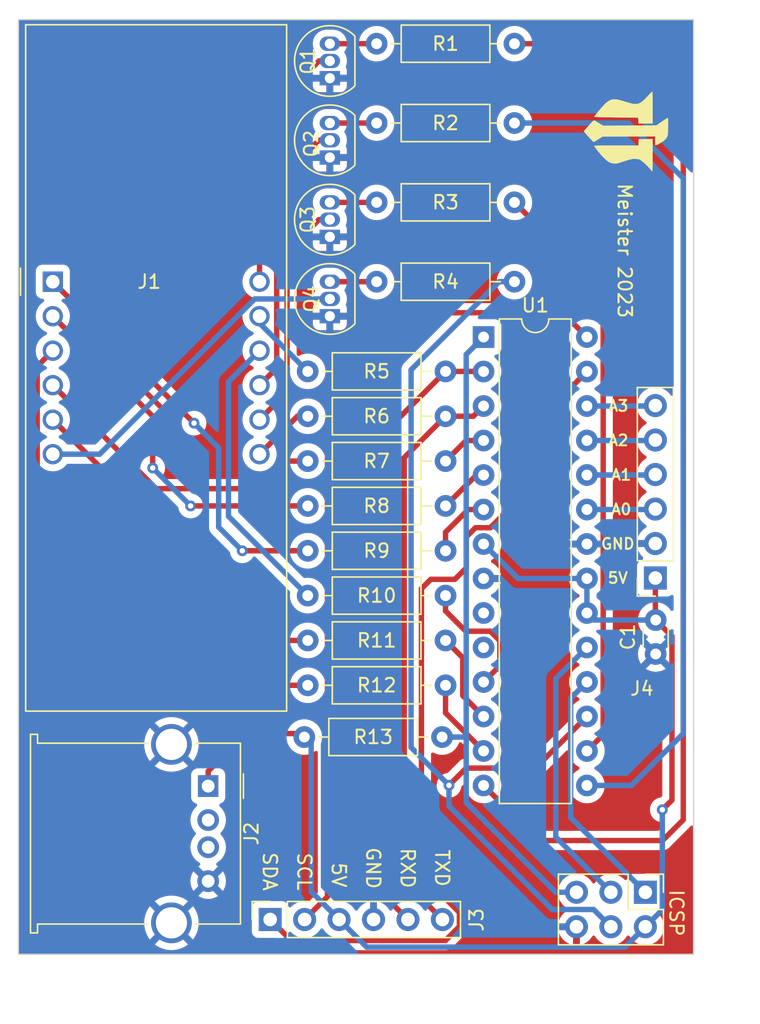
<source format=kicad_pcb>
(kicad_pcb (version 20240108) (generator "pcbnew") (generator_version "8.0")
  (layers (0 "F.Cu" signal) (31 "B.Cu" signal) (34 "B.Paste" user) (35 "F.Paste" user) (36 "B.SilkS" user "B.Silkscreen") (37 "F.SilkS" user "F.Silkscreen") (38 "B.Mask" user) (39 "F.Mask" user) (44 "Edge.Cuts" user))
  (net 0 "")
  (net 1 "GND")
  (net 2 "+5V")
  (net 3 "7SEG-E")
  (net 4 "7SEG-D")
  (net 5 "7SEG-DP")
  (net 6 "7SEG-C")
  (net 7 "7SEG-G")
  (net 8 "7SEG-D4")
  (net 9 "7SEG-B")
  (net 10 "7SEG-D3")
  (net 11 "7SEG-D2")
  (net 12 "7SEG-F")
  (net 13 "7SEG-A")
  (net 14 "7SEG-D1")
  (net 17 "SDA")
  (net 18 "SCK")
  (net 19 "RXD")
  (net 20 "TXD")
  (net 21 "AD0")
  (net 22 "MISO")
  (net 23 "MOSI")
  (net 24 "RST")
  (net 25 "Net-(Q1-Pad3)")
  (net 26 "Net-(Q2-Pad3)")
  (net 27 "Net-(Q3-Pad3)")
  (net 28 "Net-(Q4-Pad3)")
  (net 29 "Net-(R1-Pad1)")
  (net 30 "Net-(R2-Pad1)")
  (net 31 "Net-(R3-Pad1)")
  (net 32 "Net-(R7-Pad1)")
  (net 33 "Net-(R8-Pad1)")
  (net 34 "Net-(R9-Pad1)")
  (net 35 "Net-(R10-Pad1)")
  (net 36 "Net-(R11-Pad1)")
  (net 37 "Net-(R12-Pad1)")
  (net 40 "SCL")
  (net 41 "AD1")
  (net 42 "AD2")
  (net 43 "AD3")
  (footprint "Resistor_THT:R_Axial_DIN0207_L6.3mm_D2.5mm_P10.16mm_Horizontal" (layer "F.Cu") (at 65.278 78.232 180)
    (property "Reference" "R13" (at 5.08 0 0) (layer "F.SilkS"))
    (property "Value" "10k")
    (fp_line (start 9.12 0) (end 8.35 0) (stroke (width 0.12)) (layer "F.SilkS"))
    (fp_line (start 8.35 1.37) (end 8.35 -1.37) (stroke (width 0.12)) (layer "F.SilkS"))
    (fp_line (start 8.35 -1.37) (end 1.81 -1.37) (stroke (width 0.12)) (layer "F.SilkS"))
    (fp_line (start 1.81 1.37) (end 8.35 1.37) (stroke (width 0.12)) (layer "F.SilkS"))
    (fp_line (start 1.81 -1.37) (end 1.81 1.37) (stroke (width 0.12)) (layer "F.SilkS"))
    (fp_line (start 1.04 0) (end 1.81 0) (stroke (width 0.12)) (layer "F.SilkS"))
    (pad "1" thru_hole circle (at 0 0 180) (size 1.6 1.6) (drill 0.8) (layers "*.Cu" "*.Mask") (net 24 "RST"))
    (pad "2" thru_hole oval (at 10.16 0 180) (size 1.6 1.6) (drill 0.8) (layers "*.Cu" "*.Mask") (net 2 "+5V"))
  )
  (footprint "Resistor_THT:R_Axial_DIN0207_L6.3mm_D2.5mm_P10.16mm_Horizontal" (layer "F.Cu") (at 65.532 54.61 180)
    (property "Reference" "R6" (at 5.08 0 0) (layer "F.SilkS"))
    (property "Value" "10k")
    (fp_line (start 9.12 0) (end 8.35 0) (stroke (width 0.12)) (layer "F.SilkS"))
    (fp_line (start 8.35 1.37) (end 8.35 -1.37) (stroke (width 0.12)) (layer "F.SilkS"))
    (fp_line (start 8.35 -1.37) (end 1.81 -1.37) (stroke (width 0.12)) (layer "F.SilkS"))
    (fp_line (start 1.81 1.37) (end 8.35 1.37) (stroke (width 0.12)) (layer "F.SilkS"))
    (fp_line (start 1.81 -1.37) (end 1.81 1.37) (stroke (width 0.12)) (layer "F.SilkS"))
    (fp_line (start 1.04 0) (end 1.81 0) (stroke (width 0.12)) (layer "F.SilkS"))
    (pad "1" thru_hole circle (at 0 0 180) (size 1.6 1.6) (drill 0.8) (layers "*.Cu" "*.Mask") (net 20 "TXD"))
    (pad "2" thru_hole oval (at 10.16 0 180) (size 1.6 1.6) (drill 0.8) (layers "*.Cu" "*.Mask") (net 9 "7SEG-B"))
  )
  (footprint "Package_TO_SOT_THT:TO-92_Inline" (layer "F.Cu") (at 57.002 29.718 90)
    (property "Reference" "Q1" (at 1.27 -1.63 90) (layer "F.SilkS"))
    (property "Value" "2SC1815")
    (fp_line (start -0.53 1.85) (end 3.07 1.85) (stroke (width 0.12)) (layer "F.SilkS"))
    (fp_arc (start 1.27 -2.6) (mid 3.672087 -0.994977) (end 3.108478 1.838478) (stroke (width 0.12)) (layer "F.SilkS"))
    (fp_arc (start -0.568478 1.838478) (mid -1.132087 -0.994977) (end 1.27 -2.6) (stroke (width 0.12)) (layer "F.SilkS"))
    (pad "1" thru_hole rect (at 0 0 90) (size 1.05 1.5) (drill 0.75) (layers "*.Cu" "*.Mask") (net 1 "GND"))
    (pad "2" thru_hole oval (at 1.27 0 90) (size 1.05 1.5) (drill 0.75) (layers "*.Cu" "*.Mask") (net 14 "7SEG-D1"))
    (pad "3" thru_hole oval (at 2.54 0 90) (size 1.05 1.5) (drill 0.75) (layers "*.Cu" "*.Mask") (net 25 "Net-(Q1-Pad3)"))
  )
  (footprint "Meister:MeisterLogo" (layer "F.Cu") (at 78.994 33.782 -90)
    (property "Reference" "G***" (hide yes))
    (property "Value" "LOGO" (hide yes))
    (fp_poly (pts (xy -0.73025 -0.764902) (xy -0.944563 -0.755514) (xy -1.158875 -0.746125) (xy -1.17475 0.870487) (xy -1.179251 1.265812) (xy -1.184459 1.609692) (xy -1.190319 1.900241) (xy -1.196777 2.135573) (xy -1.203776 2.3138) (xy -1.211262 2.433038) (xy -1.219179 2.4914) (xy -1.222375 2.497255) (xy -1.25585 2.481096) (xy -1.329099 2.429984) (xy -1.433697 2.350309) (xy -1.561221 2.248461) (xy -1.68275 2.148054) (xy -1.921371 1.942829) (xy -2.111802 1.765917) (xy -2.258853 1.610655) (xy -2.367334 1.47038) (xy -2.442054 1.338431) (xy -2.487823 1.208143) (xy -2.509451 1.072854) (xy -2.512754 0.998288) (xy -2.51072 0.934566) (xy -2.501888 0.860362) (xy -2.484352 0.767917) (xy -2.456205 0.649475) (xy -2.415541 0.497279) (xy -2.360454 0.303571) (xy -2.289037 0.060594) (xy -2.250593 -0.068463) (xy -2.187106 -0.316155) (xy -2.161425 -0.523967) (xy -2.177025 -0.704727) (xy -2.237379 -0.871262) (xy -2.345963 -1.036401) (xy -2.50625 -1.212972) (xy -2.579875 -1.284259) (xy -2.747729 -1.44314) (xy -2.874446 -1.564164) (xy -2.965393 -1.652717) (xy -3.025932 -1.714186) (xy -3.061429 -1.753956) (xy -3.077247 -1.777415) (xy -3.079524 -1.785938) (xy -3.048992 -1.791331) (xy -2.961946 -1.796295) (xy -2.825374 -1.800691) (xy -2.646261 -1.804376) (xy -2.431593 -1.807208) (xy -2.188357 -1.809046) (xy -1.92354 -1.809748) (xy -1.905 -1.80975) (xy -0.73025 -1.80975) (xy -0.73025 -0.764902)) (stroke (width 0.01)) (fill solid) (layer "F.SilkS"))
    (fp_poly (pts (xy 1.895352 -1.808999) (xy 2.156271 -1.806834) (xy 2.379911 -1.803387) (xy 2.560839 -1.79879) (xy 2.693625 -1.793176) (xy 2.772835 -1.786678) (xy 2.794 -1.780734) (xy 2.770768 -1.748673) (xy 2.709105 -1.689429) (xy 2.621054 -1.614344) (xy 2.595366 -1.593661) (xy 2.395388 -1.414692) (xy 2.186468 -1.19146) (xy 1.984815 -0.941855) (xy 1.937267 -0.870737) (xy 1.907932 -0.799483) (xy 1.891197 -0.707539) (xy 1.881451 -0.574354) (xy 1.880784 -0.560855) (xy 1.877407 -0.453917) (xy 1.880607 -0.361197) (xy 1.893094 -0.267667) (xy 1.917576 -0.158298) (xy 1.956761 -0.01806) (xy 2.010475 0.15875) (xy 2.06302 0.327289) (xy 2.111726 0.480726) (xy 2.1523 0.605738) (xy 2.180451 0.689005) (xy 2.187607 0.708504) (xy 2.221166 0.861164) (xy 2.221238 1.041506) (xy 2.189721 1.224482) (xy 2.13777 1.366953) (xy 2.058286 1.493672) (xy 1.934874 1.645406) (xy 1.776881 1.81262) (xy 1.593655 1.985775) (xy 1.394542 2.155334) (xy 1.27 2.252381) (xy 1.155232 2.338605) (xy 1.057653 2.41196) (xy 0.98955 2.463206) (xy 0.965453 2.481388) (xy 0.92133 2.492998) (xy 0.909891 2.486807) (xy 0.905826 2.4519) (xy 0.902023 2.359561) (xy 0.898558 2.215858) (xy 0.89551 2.026859) (xy 0.892955 1.798632) (xy 0.890971 1.537245) (xy 0.889637 1.248765) (xy 0.889029 0.939262) (xy 0.889 0.853349) (xy 0.889 -0.759219) (xy 0.658812 -0.768547) (xy 0.428625 -0.777875) (xy 0.419901 -1.293813) (xy 0.411177 -1.80975) (xy 1.602588 -1.80975) (xy 1.895352 -1.808999)) (stroke (width 0.01)) (fill solid) (layer "F.SilkS"))
    (fp_poly (pts (xy -0.564299 -2.948113) (xy -0.500063 -2.947153) (xy -0.279339 -2.943155) (xy -0.112136 -2.938487) (xy 0.011522 -2.932109) (xy 0.101613 -2.922985) (xy 0.168113 -2.910074) (xy 0.221001 -2.892339) (xy 0.270253 -2.86874) (xy 0.274401 -2.866533) (xy 0.423539 -2.758728) (xy 0.565707 -2.604253) (xy 0.686262 -2.419474) (xy 0.702807 -2.387714) (xy 0.749485 -2.299989) (xy 0.787283 -2.237943) (xy 0.801209 -2.220922) (xy 0.823072 -2.180335) (xy 0.844022 -2.105993) (xy 0.844865 -2.10186) (xy 0.865187 -2.00025) (xy 0.543008 -2.00025) (xy 0.220829 -2.000251) (xy 0.238125 1.889125) (xy 0.365125 2.091848) (xy 0.470442 2.260583) (xy 0.54573 2.382874) (xy 0.595179 2.465771) (xy 0.622974 2.516324) (xy 0.633305 2.541581) (xy 0.633622 2.543826) (xy 0.611958 2.573003) (xy 0.551977 2.635124) (xy 0.463248 2.721429) (xy 0.355341 2.823161) (xy 0.237825 2.931558) (xy 0.120269 3.037862) (xy 0.012242 3.133314) (xy -0.076686 3.209155) (xy -0.136946 3.256624) (xy -0.157869 3.268323) (xy -0.186102 3.247457) (xy -0.25249 3.191348) (xy -0.348298 3.107577) (xy -0.464793 3.003726) (xy -0.518677 2.955139) (xy -0.679768 2.810313) (xy -0.799659 2.701929) (xy -0.88264 2.622124) (xy -0.933003 2.563037) (xy -0.955039 2.516807) (xy -0.953041 2.475572) (xy -0.931299 2.43147) (xy -0.894104 2.376641) (xy -0.861187 2.327691) (xy -0.783042 2.203724) (xy -0.705226 2.075367) (xy -0.65305 1.985315) (xy -0.569651 1.835933) (xy -0.587375 -2.079625) (xy -0.865188 -2.482244) (xy -0.961277 -2.623752) (xy -1.042965 -2.748343) (xy -1.103975 -2.846101) (xy -1.138028 -2.907109) (xy -1.143 -2.921147) (xy -1.12304 -2.93415) (xy -1.059972 -2.943155) (xy -0.949013 -2.948355) (xy -0.785383 -2.949943) (xy -0.564299 -2.948113)) (stroke (width 0.01)) (fill solid) (layer "F.SilkS"))
  )
  (footprint "Resistor_THT:R_Axial_DIN0207_L6.3mm_D2.5mm_P10.16mm_Horizontal" (layer "F.Cu") (at 65.532 57.912 180)
    (property "Reference" "R7" (at 5.08 0 0) (layer "F.SilkS"))
    (property "Value" "10k")
    (fp_line (start 9.12 0) (end 8.35 0) (stroke (width 0.12)) (layer "F.SilkS"))
    (fp_line (start 8.35 1.37) (end 8.35 -1.37) (stroke (width 0.12)) (layer "F.SilkS"))
    (fp_line (start 8.35 -1.37) (end 1.81 -1.37) (stroke (width 0.12)) (layer "F.SilkS"))
    (fp_line (start 1.81 1.37) (end 8.35 1.37) (stroke (width 0.12)) (layer "F.SilkS"))
    (fp_line (start 1.81 -1.37) (end 1.81 1.37) (stroke (width 0.12)) (layer "F.SilkS"))
    (fp_line (start 1.04 0) (end 1.81 0) (stroke (width 0.12)) (layer "F.SilkS"))
    (pad "1" thru_hole circle (at 0 0 180) (size 1.6 1.6) (drill 0.8) (layers "*.Cu" "*.Mask") (net 32 "Net-(R7-Pad1)"))
    (pad "2" thru_hole oval (at 10.16 0 180) (size 1.6 1.6) (drill 0.8) (layers "*.Cu" "*.Mask") (net 6 "7SEG-C"))
  )
  (footprint "Package_TO_SOT_THT:TO-92_Inline" (layer "F.Cu") (at 57.002 41.402 90)
    (property "Reference" "Q3" (at 1.27 -1.63 90) (layer "F.SilkS"))
    (property "Value" "2SC1815")
    (fp_line (start -0.53 1.85) (end 3.07 1.85) (stroke (width 0.12)) (layer "F.SilkS"))
    (fp_arc (start 1.27 -2.6) (mid 3.672087 -0.994977) (end 3.108478 1.838478) (stroke (width 0.12)) (layer "F.SilkS"))
    (fp_arc (start -0.568478 1.838478) (mid -1.132087 -0.994977) (end 1.27 -2.6) (stroke (width 0.12)) (layer "F.SilkS"))
    (pad "1" thru_hole rect (at 0 0 90) (size 1.05 1.5) (drill 0.75) (layers "*.Cu" "*.Mask") (net 1 "GND"))
    (pad "2" thru_hole oval (at 1.27 0 90) (size 1.05 1.5) (drill 0.75) (layers "*.Cu" "*.Mask") (net 10 "7SEG-D3"))
    (pad "3" thru_hole oval (at 2.54 0 90) (size 1.05 1.5) (drill 0.75) (layers "*.Cu" "*.Mask") (net 27 "Net-(Q3-Pad3)"))
  )
  (footprint "Resistor_THT:R_Axial_DIN0207_L6.3mm_D2.5mm_P10.16mm_Horizontal" (layer "F.Cu") (at 65.532 61.214 180)
    (property "Reference" "R8" (at 5.08 0 0) (layer "F.SilkS"))
    (property "Value" "10k")
    (fp_line (start 9.12 0) (end 8.35 0) (stroke (width 0.12)) (layer "F.SilkS"))
    (fp_line (start 8.35 1.37) (end 8.35 -1.37) (stroke (width 0.12)) (layer "F.SilkS"))
    (fp_line (start 8.35 -1.37) (end 1.81 -1.37) (stroke (width 0.12)) (layer "F.SilkS"))
    (fp_line (start 1.81 1.37) (end 8.35 1.37) (stroke (width 0.12)) (layer "F.SilkS"))
    (fp_line (start 1.81 -1.37) (end 1.81 1.37) (stroke (width 0.12)) (layer "F.SilkS"))
    (fp_line (start 1.04 0) (end 1.81 0) (stroke (width 0.12)) (layer "F.SilkS"))
    (pad "1" thru_hole circle (at 0 0 180) (size 1.6 1.6) (drill 0.8) (layers "*.Cu" "*.Mask") (net 33 "Net-(R8-Pad1)"))
    (pad "2" thru_hole oval (at 10.16 0 180) (size 1.6 1.6) (drill 0.8) (layers "*.Cu" "*.Mask") (net 4 "7SEG-D"))
  )
  (footprint "Resistor_THT:R_Axial_DIN0207_L6.3mm_D2.5mm_P10.16mm_Horizontal" (layer "F.Cu") (at 65.532 64.516 180)
    (property "Reference" "R9" (at 5.08 0 0) (layer "F.SilkS"))
    (property "Value" "10k")
    (fp_line (start 9.12 0) (end 8.35 0) (stroke (width 0.12)) (layer "F.SilkS"))
    (fp_line (start 8.35 1.37) (end 8.35 -1.37) (stroke (width 0.12)) (layer "F.SilkS"))
    (fp_line (start 8.35 -1.37) (end 1.81 -1.37) (stroke (width 0.12)) (layer "F.SilkS"))
    (fp_line (start 1.81 1.37) (end 8.35 1.37) (stroke (width 0.12)) (layer "F.SilkS"))
    (fp_line (start 1.81 -1.37) (end 1.81 1.37) (stroke (width 0.12)) (layer "F.SilkS"))
    (fp_line (start 1.04 0) (end 1.81 0) (stroke (width 0.12)) (layer "F.SilkS"))
    (pad "1" thru_hole circle (at 0 0 180) (size 1.6 1.6) (drill 0.8) (layers "*.Cu" "*.Mask") (net 34 "Net-(R9-Pad1)"))
    (pad "2" thru_hole oval (at 10.16 0 180) (size 1.6 1.6) (drill 0.8) (layers "*.Cu" "*.Mask") (net 3 "7SEG-E"))
  )
  (footprint "Resistor_THT:R_Axial_DIN0207_L6.3mm_D2.5mm_P10.16mm_Horizontal" (layer "F.Cu") (at 70.612 38.862 180)
    (property "Reference" "R3" (at 5.08 0 0) (layer "F.SilkS"))
    (property "Value" "10k")
    (fp_line (start 9.12 0) (end 8.35 0) (stroke (width 0.12)) (layer "F.SilkS"))
    (fp_line (start 8.35 1.37) (end 8.35 -1.37) (stroke (width 0.12)) (layer "F.SilkS"))
    (fp_line (start 8.35 -1.37) (end 1.81 -1.37) (stroke (width 0.12)) (layer "F.SilkS"))
    (fp_line (start 1.81 1.37) (end 8.35 1.37) (stroke (width 0.12)) (layer "F.SilkS"))
    (fp_line (start 1.81 -1.37) (end 1.81 1.37) (stroke (width 0.12)) (layer "F.SilkS"))
    (fp_line (start 1.04 0) (end 1.81 0) (stroke (width 0.12)) (layer "F.SilkS"))
    (pad "1" thru_hole circle (at 0 0 180) (size 1.6 1.6) (drill 0.8) (layers "*.Cu" "*.Mask") (net 31 "Net-(R3-Pad1)"))
    (pad "2" thru_hole oval (at 10.16 0 180) (size 1.6 1.6) (drill 0.8) (layers "*.Cu" "*.Mask") (net 27 "Net-(Q3-Pad3)"))
  )
  (footprint "Resistor_THT:R_Axial_DIN0207_L6.3mm_D2.5mm_P10.16mm_Horizontal" (layer "F.Cu") (at 65.532 67.818 180)
    (property "Reference" "R10" (at 5.08 0 0) (layer "F.SilkS"))
    (property "Value" "10k")
    (fp_line (start 9.12 0) (end 8.35 0) (stroke (width 0.12)) (layer "F.SilkS"))
    (fp_line (start 8.35 1.37) (end 8.35 -1.37) (stroke (width 0.12)) (layer "F.SilkS"))
    (fp_line (start 8.35 -1.37) (end 1.81 -1.37) (stroke (width 0.12)) (layer "F.SilkS"))
    (fp_line (start 1.81 1.37) (end 8.35 1.37) (stroke (width 0.12)) (layer "F.SilkS"))
    (fp_line (start 1.81 -1.37) (end 1.81 1.37) (stroke (width 0.12)) (layer "F.SilkS"))
    (fp_line (start 1.04 0) (end 1.81 0) (stroke (width 0.12)) (layer "F.SilkS"))
    (pad "1" thru_hole circle (at 0 0 180) (size 1.6 1.6) (drill 0.8) (layers "*.Cu" "*.Mask") (net 35 "Net-(R10-Pad1)"))
    (pad "2" thru_hole oval (at 10.16 0 180) (size 1.6 1.6) (drill 0.8) (layers "*.Cu" "*.Mask") (net 12 "7SEG-F"))
  )
  (footprint "Package_TO_SOT_THT:TO-92_Inline" (layer "F.Cu") (at 57.002 47.244 90)
    (property "Reference" "Q4" (at 1.27 -1.376 90) (layer "F.SilkS"))
    (property "Value" "2SC1815")
    (fp_line (start -0.53 1.85) (end 3.07 1.85) (stroke (width 0.12)) (layer "F.SilkS"))
    (fp_arc (start 1.27 -2.6) (mid 3.672087 -0.994977) (end 3.108478 1.838478) (stroke (width 0.12)) (layer "F.SilkS"))
    (fp_arc (start -0.568478 1.838478) (mid -1.132087 -0.994977) (end 1.27 -2.6) (stroke (width 0.12)) (layer "F.SilkS"))
    (pad "1" thru_hole rect (at 0 0 90) (size 1.05 1.5) (drill 0.75) (layers "*.Cu" "*.Mask") (net 1 "GND"))
    (pad "2" thru_hole oval (at 1.27 0 90) (size 1.05 1.5) (drill 0.75) (layers "*.Cu" "*.Mask") (net 8 "7SEG-D4"))
    (pad "3" thru_hole oval (at 2.54 0 90) (size 1.05 1.5) (drill 0.75) (layers "*.Cu" "*.Mask") (net 28 "Net-(Q4-Pad3)"))
  )
  (footprint "Package_DIP:DIP-28_W7.62mm" (layer "F.Cu") (at 68.336 48.778)
    (property "Reference" "U1" (at 3.81 -2.33 0) (layer "F.SilkS"))
    (property "Value" "ATmega328P-P")
    (fp_line (start 1.16 -1.33) (end 1.16 34.35) (stroke (width 0.12)) (layer "F.SilkS"))
    (fp_line (start 1.16 34.35) (end 6.46 34.35) (stroke (width 0.12)) (layer "F.SilkS"))
    (fp_line (start 2.81 -1.33) (end 1.16 -1.33) (stroke (width 0.12)) (layer "F.SilkS"))
    (fp_line (start 6.46 -1.33) (end 4.81 -1.33) (stroke (width 0.12)) (layer "F.SilkS"))
    (fp_line (start 6.46 34.35) (end 6.46 -1.33) (stroke (width 0.12)) (layer "F.SilkS"))
    (fp_arc (start 4.81 -1.33) (mid 3.81 -0.33) (end 2.81 -1.33) (stroke (width 0.12)) (layer "F.SilkS"))
    (pad "1" thru_hole rect (at 0 0) (size 1.6 1.6) (drill 0.8) (layers "*.Cu" "*.Mask") (net 24 "RST"))
    (pad "2" thru_hole oval (at 0 2.54) (size 1.6 1.6) (drill 0.8) (layers "*.Cu" "*.Mask") (net 19 "RXD"))
    (pad "3" thru_hole oval (at 0 5.08) (size 1.6 1.6) (drill 0.8) (layers "*.Cu" "*.Mask") (net 20 "TXD"))
    (pad "4" thru_hole oval (at 0 7.62) (size 1.6 1.6) (drill 0.8) (layers "*.Cu" "*.Mask") (net 32 "Net-(R7-Pad1)"))
    (pad "5" thru_hole oval (at 0 10.16) (size 1.6 1.6) (drill 0.8) (layers "*.Cu" "*.Mask") (net 33 "Net-(R8-Pad1)"))
    (pad "6" thru_hole oval (at 0 12.7) (size 1.6 1.6) (drill 0.8) (layers "*.Cu" "*.Mask") (net 34 "Net-(R9-Pad1)"))
    (pad "7" thru_hole oval (at 0 15.24) (size 1.6 1.6) (drill 0.8) (layers "*.Cu" "*.Mask") (net 2 "+5V"))
    (pad "8" thru_hole oval (at 0 17.78) (size 1.6 1.6) (drill 0.8) (layers "*.Cu" "*.Mask") (net 1 "GND"))
    (pad "9" thru_hole oval (at 0 20.32) (size 1.6 1.6) (drill 0.8) (layers "*.Cu" "*.Mask"))
    (pad "10" thru_hole oval (at 0 22.86) (size 1.6 1.6) (drill 0.8) (layers "*.Cu" "*.Mask"))
    (pad "11" thru_hole oval (at 0 25.4) (size 1.6 1.6) (drill 0.8) (layers "*.Cu" "*.Mask") (net 35 "Net-(R10-Pad1)"))
    (pad "12" thru_hole oval (at 0 27.94) (size 1.6 1.6) (drill 0.8) (layers "*.Cu" "*.Mask") (net 36 "Net-(R11-Pad1)"))
    (pad "13" thru_hole oval (at 0 30.48) (size 1.6 1.6) (drill 0.8) (layers "*.Cu" "*.Mask") (net 37 "Net-(R12-Pad1)"))
    (pad "14" thru_hole oval (at 0 33.02) (size 1.6 1.6) (drill 0.8) (layers "*.Cu" "*.Mask") (net 29 "Net-(R1-Pad1)"))
    (pad "15" thru_hole oval (at 7.62 33.02) (size 1.6 1.6) (drill 0.8) (layers "*.Cu" "*.Mask") (net 30 "Net-(R2-Pad1)"))
    (pad "16" thru_hole oval (at 7.62 30.48) (size 1.6 1.6) (drill 0.8) (layers "*.Cu" "*.Mask") (net 31 "Net-(R3-Pad1)"))
    (pad "17" thru_hole oval (at 7.62 27.94) (size 1.6 1.6) (drill 0.8) (layers "*.Cu" "*.Mask") (net 23 "MOSI"))
    (pad "18" thru_hole oval (at 7.62 25.4) (size 1.6 1.6) (drill 0.8) (layers "*.Cu" "*.Mask") (net 22 "MISO"))
    (pad "19" thru_hole oval (at 7.62 22.86) (size 1.6 1.6) (drill 0.8) (layers "*.Cu" "*.Mask") (net 18 "SCK"))
    (pad "20" thru_hole oval (at 7.62 20.32) (size 1.6 1.6) (drill 0.8) (layers "*.Cu" "*.Mask") (net 2 "+5V"))
    (pad "21" thru_hole oval (at 7.62 17.78) (size 1.6 1.6) (drill 0.8) (layers "*.Cu" "*.Mask") (net 2 "+5V"))
    (pad "22" thru_hole oval (at 7.62 15.24) (size 1.6 1.6) (drill 0.8) (layers "*.Cu" "*.Mask") (net 1 "GND"))
    (pad "23" thru_hole oval (at 7.62 12.7) (size 1.6 1.6) (drill 0.8) (layers "*.Cu" "*.Mask") (net 21 "AD0"))
    (pad "24" thru_hole oval (at 7.62 10.16) (size 1.6 1.6) (drill 0.8) (layers "*.Cu" "*.Mask") (net 41 "AD1"))
    (pad "25" thru_hole oval (at 7.62 7.62) (size 1.6 1.6) (drill 0.8) (layers "*.Cu" "*.Mask") (net 42 "AD2"))
    (pad "26" thru_hole oval (at 7.62 5.08) (size 1.6 1.6) (drill 0.8) (layers "*.Cu" "*.Mask") (net 43 "AD3"))
    (pad "27" thru_hole oval (at 7.62 2.54) (size 1.6 1.6) (drill 0.8) (layers "*.Cu" "*.Mask") (net 17 "SDA"))
    (pad "28" thru_hole oval (at 7.62 0) (size 1.6 1.6) (drill 0.8) (layers "*.Cu" "*.Mask") (net 40 "SCL"))
  )
  (footprint "Resistor_THT:R_Axial_DIN0207_L6.3mm_D2.5mm_P10.16mm_Horizontal" (layer "F.Cu") (at 70.612 44.704 180)
    (property "Reference" "R4" (at 5.08 0 0) (layer "F.SilkS"))
    (property "Value" "10k")
    (fp_line (start 9.12 0) (end 8.35 0) (stroke (width 0.12)) (layer "F.SilkS"))
    (fp_line (start 8.35 1.37) (end 8.35 -1.37) (stroke (width 0.12)) (layer "F.SilkS"))
    (fp_line (start 8.35 -1.37) (end 1.81 -1.37) (stroke (width 0.12)) (layer "F.SilkS"))
    (fp_line (start 1.81 1.37) (end 8.35 1.37) (stroke (width 0.12)) (layer "F.SilkS"))
    (fp_line (start 1.81 -1.37) (end 1.81 1.37) (stroke (width 0.12)) (layer "F.SilkS"))
    (fp_line (start 1.04 0) (end 1.81 0) (stroke (width 0.12)) (layer "F.SilkS"))
    (pad "1" thru_hole circle (at 0 0 180) (size 1.6 1.6) (drill 0.8) (layers "*.Cu" "*.Mask") (net 23 "MOSI"))
    (pad "2" thru_hole oval (at 10.16 0 180) (size 1.6 1.6) (drill 0.8) (layers "*.Cu" "*.Mask") (net 28 "Net-(Q4-Pad3)"))
  )
  (footprint "Package_TO_SOT_THT:TO-92_Inline" (layer "F.Cu") (at 57.002 35.56 90)
    (property "Reference" "Q2" (at 1.016 -1.376 90) (layer "F.SilkS"))
    (property "Value" "2SC1815")
    (fp_line (start -0.53 1.85) (end 3.07 1.85) (stroke (width 0.12)) (layer "F.SilkS"))
    (fp_arc (start 1.27 -2.6) (mid 3.672087 -0.994977) (end 3.108478 1.838478) (stroke (width 0.12)) (layer "F.SilkS"))
    (fp_arc (start -0.568478 1.838478) (mid -1.132087 -0.994977) (end 1.27 -2.6) (stroke (width 0.12)) (layer "F.SilkS"))
    (pad "1" thru_hole rect (at 0 0 90) (size 1.05 1.5) (drill 0.75) (layers "*.Cu" "*.Mask") (net 1 "GND"))
    (pad "2" thru_hole oval (at 1.27 0 90) (size 1.05 1.5) (drill 0.75) (layers "*.Cu" "*.Mask") (net 11 "7SEG-D2"))
    (pad "3" thru_hole oval (at 2.54 0 90) (size 1.05 1.5) (drill 0.75) (layers "*.Cu" "*.Mask") (net 26 "Net-(Q2-Pad3)"))
  )
  (footprint "Resistor_THT:R_Axial_DIN0207_L6.3mm_D2.5mm_P10.16mm_Horizontal" (layer "F.Cu") (at 65.532 51.308 180)
    (property "Reference" "R5" (at 5.08 0 0) (layer "F.SilkS"))
    (property "Value" "10k")
    (fp_line (start 9.12 0) (end 8.35 0) (stroke (width 0.12)) (layer "F.SilkS"))
    (fp_line (start 8.35 1.37) (end 8.35 -1.37) (stroke (width 0.12)) (layer "F.SilkS"))
    (fp_line (start 8.35 -1.37) (end 1.81 -1.37) (stroke (width 0.12)) (layer "F.SilkS"))
    (fp_line (start 1.81 1.37) (end 8.35 1.37) (stroke (width 0.12)) (layer "F.SilkS"))
    (fp_line (start 1.81 -1.37) (end 1.81 1.37) (stroke (width 0.12)) (layer "F.SilkS"))
    (fp_line (start 1.04 0) (end 1.81 0) (stroke (width 0.12)) (layer "F.SilkS"))
    (pad "1" thru_hole circle (at 0 0 180) (size 1.6 1.6) (drill 0.8) (layers "*.Cu" "*.Mask") (net 19 "RXD"))
    (pad "2" thru_hole oval (at 10.16 0 180) (size 1.6 1.6) (drill 0.8) (layers "*.Cu" "*.Mask") (net 13 "7SEG-A"))
  )
  (footprint "Connector_PinHeader_2.54mm:PinHeader_2x03_P2.54mm_Vertical" (layer "F.Cu") (at 80.264 89.662 -90)
    (property "Reference" "J5" (hide yes))
    (property "Value" "ICSP")
    (fp_line (start -1.33 6.41) (end 3.87 6.41) (stroke (width 0.12)) (layer "F.SilkS"))
    (fp_line (start -1.33 1.27) (end -1.33 6.41) (stroke (width 0.12)) (layer "F.SilkS"))
    (fp_line (start -1.33 1.27) (end 1.27 1.27) (stroke (width 0.12)) (layer "F.SilkS"))
    (fp_line (start 1.27 1.27) (end 1.27 -1.33) (stroke (width 0.12)) (layer "F.SilkS"))
    (fp_line (start -1.33 0) (end -1.33 -1.33) (stroke (width 0.12)) (layer "F.SilkS"))
    (fp_line (start -1.33 -1.33) (end 0 -1.33) (stroke (width 0.12)) (layer "F.SilkS"))
    (fp_line (start 1.27 -1.33) (end 3.87 -1.33) (stroke (width 0.12)) (layer "F.SilkS"))
    (fp_line (start 3.87 -1.33) (end 3.87 6.41) (stroke (width 0.12)) (layer "F.SilkS"))
    (pad "1" thru_hole rect (at 0 0 270) (size 1.7 1.7) (drill 1) (layers "*.Cu" "*.Mask") (net 22 "MISO"))
    (pad "2" thru_hole oval (at 2.54 0 270) (size 1.7 1.7) (drill 1) (layers "*.Cu" "*.Mask") (net 2 "+5V"))
    (pad "3" thru_hole oval (at 0 2.54 270) (size 1.7 1.7) (drill 1) (layers "*.Cu" "*.Mask") (net 18 "SCK"))
    (pad "4" thru_hole oval (at 2.54 2.54 270) (size 1.7 1.7) (drill 1) (layers "*.Cu" "*.Mask") (net 23 "MOSI"))
    (pad "5" thru_hole oval (at 0 5.08 270) (size 1.7 1.7) (drill 1) (layers "*.Cu" "*.Mask") (net 24 "RST"))
    (pad "6" thru_hole oval (at 2.54 5.08 270) (size 1.7 1.7) (drill 1) (layers "*.Cu" "*.Mask") (net 1 "GND"))
  )
  (footprint "Connector_PinSocket_2.54mm:PinSocket_1x06_P2.54mm_Vertical" (layer "F.Cu") (at 52.603 91.669 90)
    (property "Reference" "J3" (at -0.025 15.215 90) (layer "F.SilkS"))
    (property "Value" "Conn_01x06_Female")
    (fp_line (start 1.33 -1.33) (end 1.33 0) (stroke (width 0.12)) (layer "F.SilkS"))
    (fp_line (start 0 -1.33) (end 1.33 -1.33) (stroke (width 0.12)) (layer "F.SilkS"))
    (fp_line (start 1.33 1.27) (end 1.33 14.03) (stroke (width 0.12)) (layer "F.SilkS"))
    (fp_line (start -1.33 1.27) (end 1.33 1.27) (stroke (width 0.12)) (layer "F.SilkS"))
    (fp_line (start -1.33 1.27) (end -1.33 14.03) (stroke (width 0.12)) (layer "F.SilkS"))
    (fp_line (start -1.33 14.03) (end 1.33 14.03) (stroke (width 0.12)) (layer "F.SilkS"))
    (pad "1" thru_hole rect (at 0 0 90) (size 1.7 1.7) (drill 1) (layers "*.Cu" "*.Mask") (net 17 "SDA"))
    (pad "2" thru_hole oval (at 0 2.54 90) (size 1.7 1.7) (drill 1) (layers "*.Cu" "*.Mask") (net 40 "SCL"))
    (pad "3" thru_hole oval (at 0 5.08 90) (size 1.7 1.7) (drill 1) (layers "*.Cu" "*.Mask") (net 2 "+5V"))
    (pad "4" thru_hole oval (at 0 7.62 90) (size 1.7 1.7) (drill 1) (layers "*.Cu" "*.Mask") (net 1 "GND"))
    (pad "5" thru_hole oval (at 0 10.16 90) (size 1.7 1.7) (drill 1) (layers "*.Cu" "*.Mask") (net 19 "RXD"))
    (pad "6" thru_hole oval (at 0 12.7 90) (size 1.7 1.7) (drill 1) (layers "*.Cu" "*.Mask") (net 20 "TXD"))
  )
  (footprint "Connector_USB:USB_A_Molex_67643_Horizontal" (layer "F.Cu") (at 48.032 81.844 -90)
    (property "Reference" "J2" (at 3.5 -3.19 90) (layer "F.SilkS"))
    (property "Value" "USB_A")
    (fp_line (start -3.81 13.1) (end 10.81 13.1) (stroke (width 0.12)) (layer "F.SilkS"))
    (fp_line (start 10.81 13.1) (end 10.81 12.58) (stroke (width 0.12)) (layer "F.SilkS"))
    (fp_line (start -3.81 12.58) (end -3.81 13.1) (stroke (width 0.12)) (layer "F.SilkS"))
    (fp_line (start -3.16 12.58) (end -3.81 12.58) (stroke (width 0.12)) (layer "F.SilkS"))
    (fp_line (start -3.16 12.58) (end -3.16 4.47) (stroke (width 0.12)) (layer "F.SilkS"))
    (fp_line (start 10.81 12.58) (end 10.16 12.58) (stroke (width 0.12)) (layer "F.SilkS"))
    (fp_line (start 10.16 4.47) (end 10.16 12.58) (stroke (width 0.12)) (layer "F.SilkS"))
    (fp_line (start -3.16 -2.38) (end -3.16 0.95) (stroke (width 0.12)) (layer "F.SilkS"))
    (fp_line (start -3.16 -2.38) (end 10.16 -2.38) (stroke (width 0.12)) (layer "F.SilkS"))
    (fp_line (start 10.16 -2.38) (end 10.16 0.95) (stroke (width 0.12)) (layer "F.SilkS"))
    (fp_line (start -0.9 -2.6) (end 0.9 -2.6) (stroke (width 0.12)) (layer "F.SilkS"))
    (pad "1" thru_hole rect (at 0 0 270) (size 1.6 1.5) (drill 0.95) (layers "*.Cu" "*.Mask") (net 2 "+5V"))
    (pad "2" thru_hole circle (at 2.5 0 270) (size 1.6 1.6) (drill 0.95) (layers "*.Cu" "*.Mask"))
    (pad "3" thru_hole circle (at 4.5 0 270) (size 1.6 1.6) (drill 0.95) (layers "*.Cu" "*.Mask"))
    (pad "4" thru_hole circle (at 7 0 270) (size 1.6 1.6) (drill 0.95) (layers "*.Cu" "*.Mask") (net 1 "GND"))
    (pad "5" thru_hole circle (at -3.07 2.71 270) (size 3 3) (drill 2.3) (layers "*.Cu" "*.Mask") (net 1 "GND"))
    (pad "5" thru_hole circle (at 10.07 2.71 270) (size 3 3) (drill 2.3) (layers "*.Cu" "*.Mask") (net 1 "GND"))
  )
  (footprint "Connector_PinSocket_2.54mm:PinSocket_1x06_P2.54mm_Vertical" (layer "F.Cu") (at 81.001 66.523 180)
    (property "Reference" "J4" (at 0.991 -8.143 180) (layer "F.SilkS"))
    (property "Value" "Conn_01x06_Female")
    (fp_line (start 1.33 1.27) (end 1.33 14.03) (stroke (width 0.12)) (layer "F.SilkS"))
    (fp_line (start 1.33 -1.33) (end 1.33 0) (stroke (width 0.12)) (layer "F.SilkS"))
    (fp_line (start 0 -1.33) (end 1.33 -1.33) (stroke (width 0.12)) (layer "F.SilkS"))
    (fp_line (start -1.33 14.03) (end 1.33 14.03) (stroke (width 0.12)) (layer "F.SilkS"))
    (fp_line (start -1.33 1.27) (end 1.33 1.27) (stroke (width 0.12)) (layer "F.SilkS"))
    (fp_line (start -1.33 1.27) (end -1.33 14.03) (stroke (width 0.12)) (layer "F.SilkS"))
    (pad "1" thru_hole rect (at 0 0 180) (size 1.7 1.7) (drill 1) (layers "*.Cu" "*.Mask") (net 2 "+5V"))
    (pad "2" thru_hole oval (at 0 2.54 180) (size 1.7 1.7) (drill 1) (layers "*.Cu" "*.Mask") (net 1 "GND"))
    (pad "3" thru_hole oval (at 0 5.08 180) (size 1.7 1.7) (drill 1) (layers "*.Cu" "*.Mask") (net 21 "AD0"))
    (pad "4" thru_hole oval (at 0 7.62 180) (size 1.7 1.7) (drill 1) (layers "*.Cu" "*.Mask") (net 41 "AD1"))
    (pad "5" thru_hole oval (at 0 10.16 180) (size 1.7 1.7) (drill 1) (layers "*.Cu" "*.Mask") (net 42 "AD2"))
    (pad "6" thru_hole oval (at 0 12.7 180) (size 1.7 1.7) (drill 1) (layers "*.Cu" "*.Mask") (net 43 "AD3"))
  )
  (footprint "Resistor_THT:R_Axial_DIN0207_L6.3mm_D2.5mm_P10.16mm_Horizontal" (layer "F.Cu") (at 65.532 74.422 180)
    (property "Reference" "R12" (at 5.08 0 0) (layer "F.SilkS"))
    (property "Value" "10k")
    (fp_line (start 9.12 0) (end 8.35 0) (stroke (width 0.12)) (layer "F.SilkS"))
    (fp_line (start 8.35 1.37) (end 8.35 -1.37) (stroke (width 0.12)) (layer "F.SilkS"))
    (fp_line (start 8.35 -1.37) (end 1.81 -1.37) (stroke (width 0.12)) (layer "F.SilkS"))
    (fp_line (start 1.81 1.37) (end 8.35 1.37) (stroke (width 0.12)) (layer "F.SilkS"))
    (fp_line (start 1.81 -1.37) (end 1.81 1.37) (stroke (width 0.12)) (layer "F.SilkS"))
    (fp_line (start 1.04 0) (end 1.81 0) (stroke (width 0.12)) (layer "F.SilkS"))
    (pad "1" thru_hole circle (at 0 0 180) (size 1.6 1.6) (drill 0.8) (layers "*.Cu" "*.Mask") (net 37 "Net-(R12-Pad1)"))
    (pad "2" thru_hole oval (at 10.16 0 180) (size 1.6 1.6) (drill 0.8) (layers "*.Cu" "*.Mask") (net 5 "7SEG-DP"))
  )
  (footprint "Resistor_THT:R_Axial_DIN0207_L6.3mm_D2.5mm_P10.16mm_Horizontal" (layer "F.Cu") (at 70.612 33.02 180)
    (property "Reference" "R2" (at 5.08 0 0) (layer "F.SilkS"))
    (property "Value" "10k")
    (fp_line (start 9.12 0) (end 8.35 0) (stroke (width 0.12)) (layer "F.SilkS"))
    (fp_line (start 8.35 1.37) (end 8.35 -1.37) (stroke (width 0.12)) (layer "F.SilkS"))
    (fp_line (start 8.35 -1.37) (end 1.81 -1.37) (stroke (width 0.12)) (layer "F.SilkS"))
    (fp_line (start 1.81 1.37) (end 8.35 1.37) (stroke (width 0.12)) (layer "F.SilkS"))
    (fp_line (start 1.81 -1.37) (end 1.81 1.37) (stroke (width 0.12)) (layer "F.SilkS"))
    (fp_line (start 1.04 0) (end 1.81 0) (stroke (width 0.12)) (layer "F.SilkS"))
    (pad "1" thru_hole circle (at 0 0 180) (size 1.6 1.6) (drill 0.8) (layers "*.Cu" "*.Mask") (net 30 "Net-(R2-Pad1)"))
    (pad "2" thru_hole oval (at 10.16 0 180) (size 1.6 1.6) (drill 0.8) (layers "*.Cu" "*.Mask") (net 26 "Net-(Q2-Pad3)"))
  )
  (footprint "Resistor_THT:R_Axial_DIN0207_L6.3mm_D2.5mm_P10.16mm_Horizontal" (layer "F.Cu") (at 70.612 27.178 180)
    (property "Reference" "R1" (at 5.08 0 0) (layer "F.SilkS"))
    (property "Value" "10k")
    (fp_line (start 9.12 0) (end 8.35 0) (stroke (width 0.12)) (layer "F.SilkS"))
    (fp_line (start 8.35 1.37) (end 8.35 -1.37) (stroke (width 0.12)) (layer "F.SilkS"))
    (fp_line (start 8.35 -1.37) (end 1.81 -1.37) (stroke (width 0.12)) (layer "F.SilkS"))
    (fp_line (start 1.81 1.37) (end 8.35 1.37) (stroke (width 0.12)) (layer "F.SilkS"))
    (fp_line (start 1.81 -1.37) (end 1.81 1.37) (stroke (width 0.12)) (layer "F.SilkS"))
    (fp_line (start 1.04 0) (end 1.81 0) (stroke (width 0.12)) (layer "F.SilkS"))
    (pad "1" thru_hole circle (at 0 0 180) (size 1.6 1.6) (drill 0.8) (layers "*.Cu" "*.Mask") (net 29 "Net-(R1-Pad1)"))
    (pad "2" thru_hole oval (at 10.16 0 180) (size 1.6 1.6) (drill 0.8) (layers "*.Cu" "*.Mask") (net 25 "Net-(Q1-Pad3)"))
  )
  (footprint "Display_7Segment:CA56-12SRWA" (layer "F.Cu") (at 36.576 44.704)
    (property "Reference" "J1" (at 7.112 0 0) (layer "F.SilkS"))
    (property "Value" "7seg")
    (fp_line (start -2.38 -1) (end -2.38 1) (stroke (width 0.12)) (layer "F.SilkS"))
    (fp_line (start -2 -18.92) (end -2 31.62) (stroke (width 0.12)) (layer "F.SilkS"))
    (fp_line (start -2 -18.92) (end 17.24 -18.92) (stroke (width 0.12)) (layer "F.SilkS"))
    (fp_line (start -2 31.62) (end 17.24 31.62) (stroke (width 0.12)) (layer "F.SilkS"))
    (fp_line (start 17.24 31.62) (end 17.24 -18.92) (stroke (width 0.12)) (layer "F.SilkS"))
    (pad "1" thru_hole rect (at 0 0) (size 1.5 1.5) (drill 1) (layers "*.Cu" "*.Mask") (net 3 "7SEG-E"))
    (pad "2" thru_hole circle (at 0 2.54) (size 1.5 1.5) (drill 1) (layers "*.Cu" "*.Mask") (net 4 "7SEG-D"))
    (pad "3" thru_hole circle (at 0 5.08) (size 1.5 1.5) (drill 1) (layers "*.Cu" "*.Mask") (net 5 "7SEG-DP"))
    (pad "4" thru_hole circle (at 0 7.62) (size 1.5 1.5) (drill 1) (layers "*.Cu" "*.Mask") (net 6 "7SEG-C"))
    (pad "5" thru_hole circle (at 0 10.16) (size 1.5 1.5) (drill 1) (layers "*.Cu" "*.Mask") (net 7 "7SEG-G"))
    (pad "6" thru_hole circle (at 0 12.7) (size 1.5 1.5) (drill 1) (layers "*.Cu" "*.Mask") (net 8 "7SEG-D4"))
    (pad "7" thru_hole circle (at 15.24 12.7) (size 1.5 1.5) (drill 1) (layers "*.Cu" "*.Mask") (net 9 "7SEG-B"))
    (pad "8" thru_hole circle (at 15.24 10.16) (size 1.5 1.5) (drill 1) (layers "*.Cu" "*.Mask") (net 10 "7SEG-D3"))
    (pad "9" thru_hole circle (at 15.24 7.62) (size 1.5 1.5) (drill 1) (layers "*.Cu" "*.Mask") (net 11 "7SEG-D2"))
    (pad "10" thru_hole circle (at 15.24 5.08) (size 1.5 1.5) (drill 1) (layers "*.Cu" "*.Mask") (net 12 "7SEG-F"))
    (pad "11" thru_hole circle (at 15.24 2.54) (size 1.5 1.5) (drill 1) (layers "*.Cu" "*.Mask") (net 13 "7SEG-A"))
    (pad "12" thru_hole circle (at 15.24 0) (size 1.5 1.5) (drill 1) (layers "*.Cu" "*.Mask") (net 14 "7SEG-D1"))
  )
  (footprint "Capacitor_THT:C_Disc_D3.0mm_W1.6mm_P2.50mm" (layer "F.Cu") (at 81.026 72.116 90)
    (property "Reference" "C1" (at 1.25 -2.05 90) (layer "F.SilkS"))
    (property "Value" "C")
    (fp_line (start 0.621 -0.92) (end 1.879 -0.92) (stroke (width 0.12)) (layer "F.SilkS"))
    (fp_line (start 0.621 0.92) (end 1.879 0.92) (stroke (width 0.12)) (layer "F.SilkS"))
    (pad "1" thru_hole circle (at 0 0 90) (size 1.6 1.6) (drill 0.8) (layers "*.Cu" "*.Mask") (net 1 "GND"))
    (pad "2" thru_hole circle (at 2.5 0 90) (size 1.6 1.6) (drill 0.8) (layers "*.Cu" "*.Mask") (net 2 "+5V"))
  )
  (footprint "Resistor_THT:R_Axial_DIN0207_L6.3mm_D2.5mm_P10.16mm_Horizontal" (layer "F.Cu") (at 65.532 71.12 180)
    (property "Reference" "R11" (at 5.08 0 0) (layer "F.SilkS"))
    (property "Value" "10k")
    (fp_line (start 9.12 0) (end 8.35 0) (stroke (width 0.12)) (layer "F.SilkS"))
    (fp_line (start 8.35 1.37) (end 8.35 -1.37) (stroke (width 0.12)) (layer "F.SilkS"))
    (fp_line (start 8.35 -1.37) (end 1.81 -1.37) (stroke (width 0.12)) (layer "F.SilkS"))
    (fp_line (start 1.81 1.37) (end 8.35 1.37) (stroke (width 0.12)) (layer "F.SilkS"))
    (fp_line (start 1.81 -1.37) (end 1.81 1.37) (stroke (width 0.12)) (layer "F.SilkS"))
    (fp_line (start 1.04 0) (end 1.81 0) (stroke (width 0.12)) (layer "F.SilkS"))
    (pad "1" thru_hole circle (at 0 0 180) (size 1.6 1.6) (drill 0.8) (layers "*.Cu" "*.Mask") (net 36 "Net-(R11-Pad1)"))
    (pad "2" thru_hole oval (at 10.16 0 180) (size 1.6 1.6) (drill 0.8) (layers "*.Cu" "*.Mask") (net 7 "7SEG-G"))
  )
  (gr_rect (start 34.036 25.4) (end 83.82 94.234) (stroke (width 0.1)) (fill none) (layer "Edge.Cuts"))
  (gr_text "RXD" (at 62.738 87.884 270) (layer "F.SilkS") (effects (font (size 1 1))))
  (gr_text "SCL" (at 55.118 88.138 270) (layer "F.SilkS") (effects (font (size 1 1))))
  (gr_text "5V" (at 57.658 88.392 270) (layer "F.SilkS") (effects (font (size 1 1))))
  (gr_text "A1" (at 78.486 58.928 0) (layer "F.SilkS") (effects (font (size 0.8 0.8))))
  (gr_text "A3" (at 78.272 53.848 0) (layer "F.SilkS") (effects (font (size 0.8 0.8))))
  (gr_text "GND" (at 60.198 87.884 270) (layer "F.SilkS") (effects (font (size 1 1))))
  (gr_text "TXD" (at 65.278 87.884 270) (layer "F.SilkS") (effects (font (size 1 1))))
  (gr_text "SDA" (at 52.578 88.138 270) (layer "F.SilkS") (effects (font (size 1 1))))
  (gr_text "Meister 2023" (at 78.74 42.418 270) (layer "F.SilkS") (effects (font (size 1 1))))
  (gr_text "A2" (at 78.272 56.388 0) (layer "F.SilkS") (effects (font (size 0.8 0.8))))
  (gr_text "A0" (at 78.486 61.468 0) (layer "F.SilkS") (effects (font (size 0.8 0.8))))
  (gr_text "5V" (at 78.232 66.523 0) (layer "F.SilkS") (effects (font (size 0.8 0.8))))
  (gr_text "ICSP" (at 82.55 91.186 270) (layer "F.SilkS") (effects (font (size 1 1))))
  (gr_text "GND" (at 78.232 64.008 0) (layer "F.SilkS") (effects (font (size 0.8 0.8))))
  (segment (start 80.458 64.018) (end 80.493 63.983) (width 0.4) (layer "B.Cu") (net 1))
  (segment (start 75.956 64.018) (end 80.966 64.018) (width 0.4) (layer "B.Cu") (net 1))
  (segment (start 80.966 64.018) (end 81.001 63.983) (width 0.4) (layer "B.Cu") (net 1))
  (segment (start 48.032 80.746) (end 50.8 77.978) (width 0.4) (layer "F.Cu") (net 2))
  (segment (start 82.225511 82.874489) (end 82.225511 70.815511) (width 0.4) (layer "F.Cu") (net 2))
  (segment (start 50.8 77.978) (end 55.626 77.978) (width 0.4) (layer "F.Cu") (net 2))
  (segment (start 81.513511 83.586489) (end 82.225511 82.874489) (width 0.4) (layer "F.Cu") (net 2))
  (segment (start 81.001 69.591) (end 81.026 69.616) (width 0.4) (layer "F.Cu") (net 2))
  (segment (start 82.225511 70.815511) (end 81.026 69.616) (width 0.4) (layer "F.Cu") (net 2))
  (segment (start 48.032 81.844) (end 48.032 80.746) (width 0.4) (layer "F.Cu") (net 2))
  (segment (start 81.001 66.523) (end 81.001 69.591) (width 0.4) (layer "F.Cu") (net 2))
  (via (at 81.513511 83.586489) (size 0.8) (drill 0.4) (layers "F.Cu" "B.Cu") (net 2))
  (segment (start 76.474 69.616) (end 75.956 69.098) (width 0.4) (layer "B.Cu") (net 2))
  (segment (start 70.876 66.558) (end 68.336 64.018) (width 0.4) (layer "B.Cu") (net 2))
  (segment (start 75.956 66.558) (end 70.876 66.558) (width 0.4) (layer "B.Cu") (net 2))
  (segment (start 81.026 69.616) (end 76.474 69.616) (width 0.4) (layer "B.Cu") (net 2))
  (segment (start 57.683 91.669) (end 59.714511 93.700511) (width 0.4) (layer "B.Cu") (net 2))
  (segment (start 55.626 89.612) (end 57.683 91.669) (width 0.4) (layer "B.Cu") (net 2))
  (segment (start 81.513511 90.952489) (end 81.513511 83.586489) (width 0.4) (layer "B.Cu") (net 2))
  (segment (start 75.956 69.098) (end 75.956 66.558) (width 0.4) (layer "B.Cu") (net 2))
  (segment (start 80.264 92.202) (end 81.513511 90.952489) (width 0.4) (layer "B.Cu") (net 2))
  (segment (start 55.626 77.978) (end 55.626 89.612) (width 0.4) (layer "B.Cu") (net 2))
  (segment (start 78.765489 93.700511) (end 80.264 92.202) (width 0.4) (layer "B.Cu") (net 2))
  (segment (start 59.714511 93.700511) (end 78.765489 93.700511) (width 0.4) (layer "B.Cu") (net 2))
  (segment (start 50.546 64.516) (end 55.372 64.516) (width 0.4) (layer "F.Cu") (net 3))
  (segment (start 46.99 55.118) (end 36.576 44.704) (width 0.4) (layer "F.Cu") (net 3))
  (via (at 46.99 55.118) (size 0.8) (drill 0.4) (layers "F.Cu" "B.Cu") (net 3))
  (via (at 50.546 64.516) (size 0.8) (drill 0.4) (layers "F.Cu" "B.Cu") (net 3))
  (segment (start 48.805511 62.775511) (end 50.546 64.516) (width 0.4) (layer "B.Cu") (net 3))
  (segment (start 46.99 55.118) (end 48.805511 56.933511) (width 0.4) (layer "B.Cu") (net 3))
  (segment (start 48.805511 56.933511) (end 48.805511 62.775511) (width 0.4) (layer "B.Cu") (net 3))
  (segment (start 43.942 58.42) (end 43.942 54.61) (width 0.4) (layer "F.Cu") (net 4))
  (segment (start 55.372 61.214) (end 46.736 61.214) (width 0.4) (layer "F.Cu") (net 4))
  (segment (start 43.942 54.61) (end 36.576 47.244) (width 0.4) (layer "F.Cu") (net 4))
  (via (at 46.736 61.214) (size 0.8) (drill 0.4) (layers "F.Cu" "B.Cu") (net 4))
  (via (at 43.942 58.42) (size 0.8) (drill 0.4) (layers "F.Cu" "B.Cu") (net 4))
  (segment (start 43.942 58.42) (end 46.736 61.214) (width 0.4) (layer "B.Cu") (net 4))
  (segment (start 36.576 49.784) (end 35.426489 50.933511) (width 0.4) (layer "F.Cu") (net 5))
  (segment (start 48.514 74.422) (end 55.626 74.422) (width 0.4) (layer "F.Cu") (net 5))
  (segment (start 35.426489 61.334489) (end 48.514 74.422) (width 0.4) (layer "F.Cu") (net 5))
  (segment (start 35.426489 50.933511) (end 35.426489 61.334489) (width 0.4) (layer "F.Cu") (net 5))
  (segment (start 44.196 59.944) (end 36.576 52.324) (width 0.4) (layer "F.Cu") (net 6))
  (segment (start 53.848 57.912) (end 51.816 59.944) (width 0.4) (layer "F.Cu") (net 6))
  (segment (start 51.816 59.944) (end 44.196 59.944) (width 0.4) (layer "F.Cu") (net 6))
  (segment (start 55.372 57.912) (end 53.848 57.912) (width 0.4) (layer "F.Cu") (net 6))
  (segment (start 55.372 71.12) (end 52.832 71.12) (width 0.4) (layer "F.Cu") (net 7))
  (segment (start 52.832 71.12) (end 36.576 54.864) (width 0.4) (layer "F.Cu") (net 7))
  (segment (start 40.030345 57.404) (end 36.576 57.404) (width 0.4) (layer "B.Cu") (net 8))
  (segment (start 51.460345 45.974) (end 40.030345 57.404) (width 0.4) (layer "B.Cu") (net 8))
  (segment (start 57.002 45.974) (end 51.460345 45.974) (width 0.4) (layer "B.Cu") (net 8))
  (segment (start 54.61 54.61) (end 55.372 54.61) (width 0.4) (layer "F.Cu") (net 9))
  (segment (start 51.816 57.404) (end 54.61 54.61) (width 0.4) (layer "F.Cu") (net 9))
  (segment (start 53.848 52.832) (end 51.816 54.864) (width 0.4) (layer "F.Cu") (net 10))
  (segment (start 53.848 42.481978) (end 53.848 52.832) (width 0.4) (layer "F.Cu") (net 10))
  (segment (start 56.197978 40.132) (end 53.848 42.481978) (width 0.4) (layer "F.Cu") (net 10))
  (segment (start 57.002 40.132) (end 56.197978 40.132) (width 0.4) (layer "F.Cu") (net 10))
  (segment (start 57.002 34.29) (end 56.197978 34.29) (width 0.4) (layer "F.Cu") (net 11))
  (segment (start 53.086 51.054) (end 51.816 52.324) (width 0.4) (layer "F.Cu") (net 11))
  (segment (start 56.197978 34.29) (end 53.086 37.401978) (width 0.4) (layer "F.Cu") (net 11))
  (segment (start 53.086 37.401978) (end 53.086 51.054) (width 0.4) (layer "F.Cu") (net 11))
  (segment (start 49.53 52.07) (end 49.53 61.976) (width 0.4) (layer "B.Cu") (net 12))
  (segment (start 49.53 61.976) (end 55.372 67.818) (width 0.4) (layer "B.Cu") (net 12))
  (segment (start 51.816 49.784) (end 49.53 52.07) (width 0.4) (layer "B.Cu") (net 12))
  (segment (start 51.816 47.752) (end 51.816 47.244) (width 0.4) (layer "B.Cu") (net 13))
  (segment (start 55.372 51.308) (end 51.816 47.752) (width 0.4) (layer "B.Cu") (net 13))
  (segment (start 56.197978 28.448) (end 51.816 32.829978) (width 0.4) (layer "F.Cu") (net 14))
  (segment (start 51.816 32.829978) (end 51.816 44.704) (width 0.4) (layer "F.Cu") (net 14))
  (segment (start 57.002 28.448) (end 56.197978 28.448) (width 0.4) (layer "F.Cu") (net 14))
  (segment (start 70.358 61.293344) (end 68.832855 62.818489) (width 0.4) (layer "F.Cu") (net 17))
  (segment (start 63.754 88.352924) (end 66.552511 91.151435) (width 0.4) (layer "F.Cu") (net 17))
  (segment (start 63.754 67.31) (end 63.754 88.352924) (width 0.4) (layer "F.Cu") (net 17))
  (segment (start 54.152 93.218) (end 52.603 91.669) (width 0.4) (layer "F.Cu") (net 17))
  (segment (start 67.056 65.786) (end 66.223511 66.618489) (width 0.4) (layer "F.Cu") (net 17))
  (segment (start 64.445511 66.618489) (end 63.754 67.31) (width 0.4) (layer "F.Cu") (net 17))
  (segment (start 65.521076 93.218) (end 54.152 93.218) (width 0.4) (layer "F.Cu") (net 17))
  (segment (start 75.956 51.318) (end 70.358 56.916) (width 0.4) (layer "F.Cu") (net 17))
  (segment (start 66.552511 91.151435) (end 66.552511 92.186565) (width 0.4) (layer "F.Cu") (net 17))
  (segment (start 70.358 56.916) (end 70.358 61.293344) (width 0.4) (layer "F.Cu") (net 17))
  (segment (start 66.223511 66.618489) (end 64.445511 66.618489) (width 0.4) (layer "F.Cu") (net 17))
  (segment (start 67.056 63.5) (end 67.056 65.786) (width 0.4) (layer "F.Cu") (net 17))
  (segment (start 66.552511 92.186565) (end 65.521076 93.218) (width 0.4) (layer "F.Cu") (net 17))
  (segment (start 68.832855 62.818489) (end 67.737511 62.818489) (width 0.4) (layer "F.Cu") (net 17))
  (segment (start 67.737511 62.818489) (end 67.056 63.5) (width 0.4) (layer "F.Cu") (net 17))
  (segment (start 73.66 73.934) (end 73.66 85.598) (width 0.4) (layer "B.Cu") (net 18))
  (segment (start 75.956 71.638) (end 73.66 73.934) (width 0.4) (layer "B.Cu") (net 18))
  (segment (start 73.66 85.598) (end 77.724 89.662) (width 0.4) (layer "B.Cu") (net 18))
  (segment (start 60.706 89.612) (end 62.763 91.669) (width 0.4) (layer "F.Cu") (net 19))
  (segment (start 65.532 51.308) (end 60.706 56.134) (width 0.4) (layer "F.Cu") (net 19))
  (segment (start 60.706 56.134) (end 60.706 89.612) (width 0.4) (layer "F.Cu") (net 19))
  (segment (start 65.532 51.308) (end 68.326 51.308) (width 0.4) (layer "F.Cu") (net 19))
  (segment (start 68.326 51.308) (end 68.336 51.318) (width 0.4) (layer "F.Cu") (net 19))
  (segment (start 62.484 57.658) (end 62.484 88.85) (width 0.4) (layer "F.Cu") (net 20))
  (segment (start 67.584 54.61) (end 68.336 53.858) (width 0.4) (layer "F.Cu") (net 20))
  (segment (start 62.484 88.85) (end 65.303 91.669) (width 0.4) (layer "F.Cu") (net 20))
  (segment (start 65.532 54.61) (end 67.584 54.61) (width 0.4) (layer "F.Cu") (net 20))
  (segment (start 65.532 54.61) (end 62.484 57.658) (width 0.4) (layer "F.Cu") (net 20))
  (segment (start 75.956 61.478) (end 80.966 61.478) (width 0.4) (layer "B.Cu") (net 21))
  (segment (start 75.956 74.178) (end 74.756489 75.377511) (width 0.4) (layer "B.Cu") (net 22))
  (segment (start 74.756489 75.377511) (end 74.756489 84.154489) (width 0.4) (layer "B.Cu") (net 22))
  (segment (start 80.264 89.662) (end 74.756489 84.154489) (width 0.4) (layer "B.Cu") (net 22))
  (segment (start 72.156 80.518) (end 75.956 76.718) (width 0.4) (layer "F.Cu") (net 23))
  (segment (start 67.056 80.518) (end 72.156 80.518) (width 0.4) (layer "F.Cu") (net 23))
  (segment (start 65.786 81.788) (end 67.056 80.518) (width 0.4) (layer "F.Cu") (net 23))
  (via (at 65.786 81.788) (size 0.8) (drill 0.4) (layers "F.Cu" "B.Cu") (net 23))
  (segment (start 62.992 51.19263) (end 69.48063 44.704) (width 0.4) (layer "B.Cu") (net 23))
  (segment (start 76.454 90.932) (end 77.724 92.202) (width 0.4) (layer "B.Cu") (net 23))
  (segment (start 65.786 83.312) (end 73.406 90.932) (width 0.4) (layer "B.Cu") (net 23))
  (segment (start 62.992 78.994) (end 62.992 51.19263) (width 0.4) (layer "B.Cu") (net 23))
  (segment (start 65.786 81.788) (end 62.992 78.994) (width 0.4) (layer "B.Cu") (net 23))
  (segment (start 65.786 81.788) (end 65.786 83.312) (width 0.4) (layer "B.Cu") (net 23))
  (segment (start 73.406 90.932) (end 76.454 90.932) (width 0.4) (layer "B.Cu") (net 23))
  (segment (start 69.48063 44.704) (end 70.612 44.704) (width 0.4) (layer "B.Cu") (net 23))
  (segment (start 67.056 78.232) (end 67.056 50.058) (width 0.4) (layer "B.Cu") (net 24))
  (segment (start 67.056 78.232) (end 67.056 83.058) (width 0.4) (layer "B.Cu") (net 24))
  (segment (start 67.056 83.058) (end 73.66 89.662) (width 0.4) (layer "B.Cu") (net 24))
  (segment (start 65.278 78.232) (end 67.056 78.232) (width 0.4) (layer "B.Cu") (net 24))
  (segment (start 67.056 50.058) (end 68.336 48.778) (width 0.4) (layer "B.Cu") (net 24))
  (segment (start 73.66 89.662) (end 75.184 89.662) (width 0.4) (layer "B.Cu") (net 24))
  (segment (start 57.002 27.178) (end 60.452 27.178) (width 0.4) (layer "F.Cu") (net 25))
  (segment (start 57.002 33.02) (end 60.452 33.02) (width 0.4) (layer "F.Cu") (net 26))
  (segment (start 57.002 38.862) (end 60.452 38.862) (width 0.4) (layer "F.Cu") (net 27))
  (segment (start 57.002 44.704) (end 60.452 44.704) (width 0.4) (layer "F.Cu") (net 28))
  (segment (start 81.534 85.852) (end 83.058 84.328) (width 0.4) (layer "F.Cu") (net 29))
  (segment (start 83.058 33.02) (end 77.216 27.178) (width 0.4) (layer "F.Cu") (net 29))
  (segment (start 68.336 81.798) (end 72.39 85.852) (width 0.4) (layer "F.Cu") (net 29))
  (segment (start 72.39 85.852) (end 81.534 85.852) (width 0.4) (layer "F.Cu") (net 29))
  (segment (start 70.612 27.178) (end 77.216 27.178) (width 0.4) (layer "F.Cu") (net 29))
  (segment (start 83.058 84.328) (end 83.058 33.02) (width 0.4) (layer "F.Cu") (net 29))
  (segment (start 75.956 81.798) (end 79.238 81.798) (width 0.4) (layer "B.Cu") (net 30))
  (segment (start 79.238 81.798) (end 83.058 77.978) (width 0.4) (layer "B.Cu") (net 30))
  (segment (start 78.994 33.02) (end 70.612 33.02) (width 0.4) (layer "B.Cu") (net 30))
  (segment (start 83.058 37.084) (end 78.994 33.02) (width 0.4) (layer "B.Cu") (net 30))
  (segment (start 83.058 77.978) (end 83.058 37.084) (width 0.4) (layer "B.Cu") (net 30))
  (segment (start 70.612 38.862) (end 77.155511 45.405511) (width 0.4) (layer "F.Cu") (net 31))
  (segment (start 77.155511 78.058489) (end 75.956 79.258) (width 0.4) (layer "F.Cu") (net 31))
  (segment (start 77.155511 45.405511) (end 77.155511 78.058489) (width 0.4) (layer "F.Cu") (net 31))
  (segment (start 67.046 56.398) (end 65.532 57.912) (width 0.4) (layer "F.Cu") (net 32))
  (segment (start 68.336 56.398) (end 67.046 56.398) (width 0.4) (layer "F.Cu") (net 32))
  (segment (start 67.808 58.938) (end 65.532 61.214) (width 0.4) (layer "F.Cu") (net 33))
  (segment (start 68.336 58.938) (end 67.808 58.938) (width 0.4) (layer "F.Cu") (net 33))
  (segment (start 65.532 63.15063) (end 65.532 64.516) (width 0.4) (layer "F.Cu") (net 34))
  (segment (start 67.20463 61.478) (end 65.532 63.15063) (width 0.4) (layer "F.Cu") (net 34))
  (segment (start 68.336 61.478) (end 67.20463 61.478) (width 0.4) (layer "F.Cu") (net 34))
  (segment (start 65.532 67.818) (end 65.532 68.94937) (width 0.4) (layer "F.Cu") (net 35))
  (segment (start 68.832855 70.438489) (end 69.535511 71.141145) (width 0.4) (layer "F.Cu") (net 35))
  (segment (start 65.532 68.94937) (end 67.021119 70.438489) (width 0.4) (layer "F.Cu") (net 35))
  (segment (start 69.535511 71.141145) (end 69.535511 72.978489) (width 0.4) (layer "F.Cu") (net 35))
  (segment (start 67.021119 70.438489) (end 68.832855 70.438489) (width 0.4) (layer "F.Cu") (net 35))
  (segment (start 69.535511 72.978489) (end 68.336 74.178) (width 0.4) (layer "F.Cu") (net 35))
  (segment (start 66.802 72.39) (end 66.802 75.184) (width 0.4) (layer "F.Cu") (net 36))
  (segment (start 65.532 71.12) (end 66.802 72.39) (width 0.4) (layer "F.Cu") (net 36))
  (segment (start 66.802 75.184) (end 68.336 76.718) (width 0.4) (layer "F.Cu") (net 36))
  (segment (start 65.532 76.454) (end 68.336 79.258) (width 0.4) (layer "F.Cu") (net 37))
  (segment (start 65.532 74.422) (end 65.532 76.454) (width 0.4) (layer "F.Cu") (net 37))
  (segment (start 56.825511 54.934489) (end 64.77 46.99) (width 0.4) (layer "F.Cu") (net 40))
  (segment (start 56.825511 89.986489) (end 56.825511 54.934489) (width 0.4) (layer "F.Cu") (net 40))
  (segment (start 74.168 46.99) (end 64.77 46.99) (width 0.4) (layer "F.Cu") (net 40))
  (segment (start 55.143 91.669) (end 56.825511 89.986489) (width 0.4) (layer "F.Cu") (net 40))
  (segment (start 75.956 48.778) (end 74.168 46.99) (width 0.4) (layer "F.Cu") (net 40))
  (segment (start 75.956 58.938) (end 80.966 58.938) (width 0.4) (layer "B.Cu") (net 41))
  (segment (start 80.966 58.938) (end 81.001 58.903) (width 0.4) (layer "B.Cu") (net 41))
  (segment (start 80.966 56.398) (end 81.001 56.363) (width 0.4) (layer "B.Cu") (net 42))
  (segment (start 75.956 56.398) (end 80.966 56.398) (width 0.4) (layer "B.Cu") (net 42))
  (segment (start 80.966 53.858) (end 81.001 53.823) (width 0.4) (layer "B.Cu") (net 43))
  (segment (start 75.956 53.858) (end 80.966 53.858) (width 0.4) (layer "B.Cu") (net 43))
  (zone (net 1) (net_name "GND") (layers "F&B.Cu") (connect_pads (clearance 0.508)) (min_thickness 0.254) (fill yes (thermal_gap 0.508) (thermal_bridge_width 0.508))
    (polygon (pts (xy 83.82 94.234) (xy 34.036 94.234) (xy 34.036 25.4) (xy 83.82 25.4)))
  )
)
</source>
